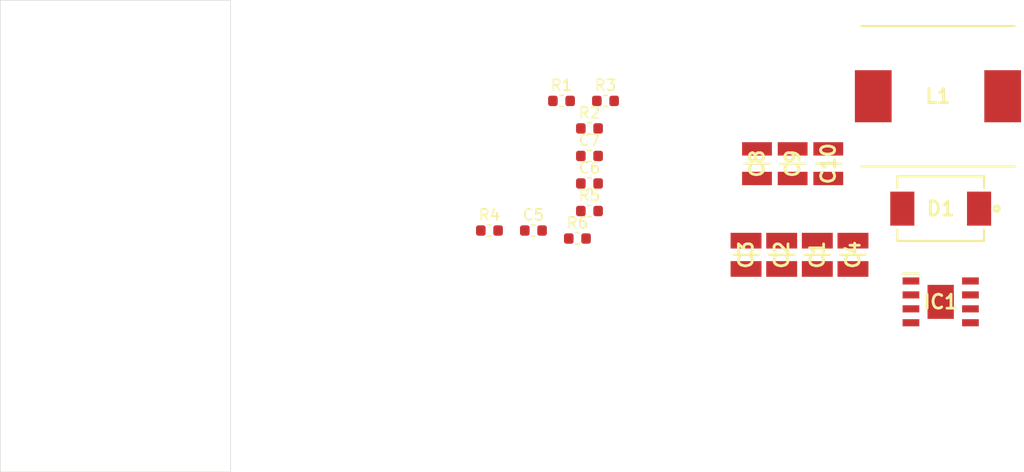
<source format=kicad_pcb>
(kicad_pcb (version 20171130) (host pcbnew "(5.1.2)-2")

  (general
    (thickness 1.6)
    (drawings 4)
    (tracks 0)
    (zones 0)
    (modules 19)
    (nets 11)
  )

  (page A4)
  (layers
    (0 F.Cu signal)
    (31 B.Cu signal)
    (32 B.Adhes user)
    (33 F.Adhes user)
    (34 B.Paste user)
    (35 F.Paste user)
    (36 B.SilkS user)
    (37 F.SilkS user)
    (38 B.Mask user)
    (39 F.Mask user)
    (40 Dwgs.User user)
    (41 Cmts.User user)
    (42 Eco1.User user)
    (43 Eco2.User user)
    (44 Edge.Cuts user)
    (45 Margin user)
    (46 B.CrtYd user)
    (47 F.CrtYd user)
    (48 B.Fab user)
    (49 F.Fab user)
  )

  (setup
    (last_trace_width 0.25)
    (trace_clearance 0.2)
    (zone_clearance 0.508)
    (zone_45_only no)
    (trace_min 0.2)
    (via_size 0.8)
    (via_drill 0.4)
    (via_min_size 0.4)
    (via_min_drill 0.3)
    (uvia_size 0.3)
    (uvia_drill 0.1)
    (uvias_allowed no)
    (uvia_min_size 0.2)
    (uvia_min_drill 0.1)
    (edge_width 0.05)
    (segment_width 0.2)
    (pcb_text_width 0.3)
    (pcb_text_size 1.5 1.5)
    (mod_edge_width 0.12)
    (mod_text_size 1 1)
    (mod_text_width 0.15)
    (pad_size 1.524 1.524)
    (pad_drill 0.762)
    (pad_to_mask_clearance 0.051)
    (solder_mask_min_width 0.25)
    (aux_axis_origin 0 0)
    (visible_elements FFFFFF7F)
    (pcbplotparams
      (layerselection 0x010fc_ffffffff)
      (usegerberextensions false)
      (usegerberattributes false)
      (usegerberadvancedattributes false)
      (creategerberjobfile false)
      (excludeedgelayer true)
      (linewidth 0.100000)
      (plotframeref false)
      (viasonmask false)
      (mode 1)
      (useauxorigin false)
      (hpglpennumber 1)
      (hpglpenspeed 20)
      (hpglpendiameter 15.000000)
      (psnegative false)
      (psa4output false)
      (plotreference true)
      (plotvalue true)
      (plotinvisibletext false)
      (padsonsilk false)
      (subtractmaskfromsilk false)
      (outputformat 1)
      (mirror false)
      (drillshape 1)
      (scaleselection 1)
      (outputdirectory ""))
  )

  (net 0 "")
  (net 1 GND)
  (net 2 "Net-(C1-Pad1)")
  (net 3 "Net-(C5-Pad1)")
  (net 4 "Net-(C5-Pad2)")
  (net 5 "Net-(C6-Pad1)")
  (net 6 "Net-(C7-Pad1)")
  (net 7 /12V+)
  (net 8 "Net-(IC1-Pad3)")
  (net 9 "Net-(IC1-Pad4)")
  (net 10 /FB)

  (net_class Default "This is the default net class."
    (clearance 0.2)
    (trace_width 0.25)
    (via_dia 0.8)
    (via_drill 0.4)
    (uvia_dia 0.3)
    (uvia_drill 0.1)
    (add_net /12V+)
    (add_net /FB)
    (add_net GND)
    (add_net "Net-(C1-Pad1)")
    (add_net "Net-(C5-Pad1)")
    (add_net "Net-(C5-Pad2)")
    (add_net "Net-(C6-Pad1)")
    (add_net "Net-(C7-Pad1)")
    (add_net "Net-(IC1-Pad3)")
    (add_net "Net-(IC1-Pad4)")
  )

  (module SamacSys_Parts:CAPC3225X280N (layer F.Cu) (tedit 5E5A1D3A) (tstamp 5E5DDC79)
    (at 193 93.46 90)
    (descr "1210 (3225) (M)")
    (tags Capacitor)
    (path /5E5E84E1)
    (attr smd)
    (fp_text reference C1 (at 0 0 90) (layer F.SilkS)
      (effects (font (size 1.27 1.27) (thickness 0.254)))
    )
    (fp_text value 1210B225K101CT (at 0 0 90) (layer F.SilkS) hide
      (effects (font (size 1.27 1.27) (thickness 0.254)))
    )
    (fp_line (start 0 -1.15) (end 0 1.15) (layer F.SilkS) (width 0.2))
    (fp_line (start -1.6 1.25) (end -1.6 -1.25) (layer Dwgs.User) (width 0.1))
    (fp_line (start 1.6 1.25) (end -1.6 1.25) (layer Dwgs.User) (width 0.1))
    (fp_line (start 1.6 -1.25) (end 1.6 1.25) (layer Dwgs.User) (width 0.1))
    (fp_line (start -1.6 -1.25) (end 1.6 -1.25) (layer Dwgs.User) (width 0.1))
    (fp_line (start -2.155 1.56) (end -2.155 -1.56) (layer Dwgs.User) (width 0.05))
    (fp_line (start 2.155 1.56) (end -2.155 1.56) (layer Dwgs.User) (width 0.05))
    (fp_line (start 2.155 -1.56) (end 2.155 1.56) (layer Dwgs.User) (width 0.05))
    (fp_line (start -2.155 -1.56) (end 2.155 -1.56) (layer Dwgs.User) (width 0.05))
    (pad 2 smd rect (at 1.29 0 90) (size 1.43 2.82) (layers F.Cu F.Paste F.Mask)
      (net 1 GND))
    (pad 1 smd rect (at -1.29 0 90) (size 1.43 2.82) (layers F.Cu F.Paste F.Mask)
      (net 2 "Net-(C1-Pad1)"))
  )

  (module SamacSys_Parts:CAPC3225X280N (layer F.Cu) (tedit 5E5A1D3A) (tstamp 5E5DDC88)
    (at 189.75 93.46 90)
    (descr "1210 (3225) (M)")
    (tags Capacitor)
    (path /5E5E7AAC)
    (attr smd)
    (fp_text reference C2 (at 0 0 90) (layer F.SilkS)
      (effects (font (size 1.27 1.27) (thickness 0.254)))
    )
    (fp_text value 1210B225K101CT (at 0 0 90) (layer F.SilkS) hide
      (effects (font (size 1.27 1.27) (thickness 0.254)))
    )
    (fp_line (start -2.155 -1.56) (end 2.155 -1.56) (layer Dwgs.User) (width 0.05))
    (fp_line (start 2.155 -1.56) (end 2.155 1.56) (layer Dwgs.User) (width 0.05))
    (fp_line (start 2.155 1.56) (end -2.155 1.56) (layer Dwgs.User) (width 0.05))
    (fp_line (start -2.155 1.56) (end -2.155 -1.56) (layer Dwgs.User) (width 0.05))
    (fp_line (start -1.6 -1.25) (end 1.6 -1.25) (layer Dwgs.User) (width 0.1))
    (fp_line (start 1.6 -1.25) (end 1.6 1.25) (layer Dwgs.User) (width 0.1))
    (fp_line (start 1.6 1.25) (end -1.6 1.25) (layer Dwgs.User) (width 0.1))
    (fp_line (start -1.6 1.25) (end -1.6 -1.25) (layer Dwgs.User) (width 0.1))
    (fp_line (start 0 -1.15) (end 0 1.15) (layer F.SilkS) (width 0.2))
    (pad 1 smd rect (at -1.29 0 90) (size 1.43 2.82) (layers F.Cu F.Paste F.Mask)
      (net 2 "Net-(C1-Pad1)"))
    (pad 2 smd rect (at 1.29 0 90) (size 1.43 2.82) (layers F.Cu F.Paste F.Mask)
      (net 1 GND))
  )

  (module SamacSys_Parts:CAPC3225X280N (layer F.Cu) (tedit 5E5A1D3A) (tstamp 5E5DDC97)
    (at 186.5 93.46 90)
    (descr "1210 (3225) (M)")
    (tags Capacitor)
    (path /5E5E59EE)
    (attr smd)
    (fp_text reference C3 (at 0 0 90) (layer F.SilkS)
      (effects (font (size 1.27 1.27) (thickness 0.254)))
    )
    (fp_text value 1210B225K101CT (at 0 0 90) (layer F.SilkS) hide
      (effects (font (size 1.27 1.27) (thickness 0.254)))
    )
    (fp_line (start 0 -1.15) (end 0 1.15) (layer F.SilkS) (width 0.2))
    (fp_line (start -1.6 1.25) (end -1.6 -1.25) (layer Dwgs.User) (width 0.1))
    (fp_line (start 1.6 1.25) (end -1.6 1.25) (layer Dwgs.User) (width 0.1))
    (fp_line (start 1.6 -1.25) (end 1.6 1.25) (layer Dwgs.User) (width 0.1))
    (fp_line (start -1.6 -1.25) (end 1.6 -1.25) (layer Dwgs.User) (width 0.1))
    (fp_line (start -2.155 1.56) (end -2.155 -1.56) (layer Dwgs.User) (width 0.05))
    (fp_line (start 2.155 1.56) (end -2.155 1.56) (layer Dwgs.User) (width 0.05))
    (fp_line (start 2.155 -1.56) (end 2.155 1.56) (layer Dwgs.User) (width 0.05))
    (fp_line (start -2.155 -1.56) (end 2.155 -1.56) (layer Dwgs.User) (width 0.05))
    (pad 2 smd rect (at 1.29 0 90) (size 1.43 2.82) (layers F.Cu F.Paste F.Mask)
      (net 1 GND))
    (pad 1 smd rect (at -1.29 0 90) (size 1.43 2.82) (layers F.Cu F.Paste F.Mask)
      (net 2 "Net-(C1-Pad1)"))
  )

  (module SamacSys_Parts:CAPC3225X280N (layer F.Cu) (tedit 5E5A1D3A) (tstamp 5E5DDCA6)
    (at 196.25 93.46 90)
    (descr "1210 (3225) (M)")
    (tags Capacitor)
    (path /5E5E4250)
    (attr smd)
    (fp_text reference C4 (at 0 0 90) (layer F.SilkS)
      (effects (font (size 1.27 1.27) (thickness 0.254)))
    )
    (fp_text value 1210B225K101CT (at 0 0 90) (layer F.SilkS) hide
      (effects (font (size 1.27 1.27) (thickness 0.254)))
    )
    (fp_line (start -2.155 -1.56) (end 2.155 -1.56) (layer Dwgs.User) (width 0.05))
    (fp_line (start 2.155 -1.56) (end 2.155 1.56) (layer Dwgs.User) (width 0.05))
    (fp_line (start 2.155 1.56) (end -2.155 1.56) (layer Dwgs.User) (width 0.05))
    (fp_line (start -2.155 1.56) (end -2.155 -1.56) (layer Dwgs.User) (width 0.05))
    (fp_line (start -1.6 -1.25) (end 1.6 -1.25) (layer Dwgs.User) (width 0.1))
    (fp_line (start 1.6 -1.25) (end 1.6 1.25) (layer Dwgs.User) (width 0.1))
    (fp_line (start 1.6 1.25) (end -1.6 1.25) (layer Dwgs.User) (width 0.1))
    (fp_line (start -1.6 1.25) (end -1.6 -1.25) (layer Dwgs.User) (width 0.1))
    (fp_line (start 0 -1.15) (end 0 1.15) (layer F.SilkS) (width 0.2))
    (pad 1 smd rect (at -1.29 0 90) (size 1.43 2.82) (layers F.Cu F.Paste F.Mask)
      (net 2 "Net-(C1-Pad1)"))
    (pad 2 smd rect (at 1.29 0 90) (size 1.43 2.82) (layers F.Cu F.Paste F.Mask)
      (net 1 GND))
  )

  (module Capacitor_SMD:C_0603_1608Metric (layer F.Cu) (tedit 5B301BBE) (tstamp 5E5DDCB7)
    (at 167.115001 91.245001)
    (descr "Capacitor SMD 0603 (1608 Metric), square (rectangular) end terminal, IPC_7351 nominal, (Body size source: http://www.tortai-tech.com/upload/download/2011102023233369053.pdf), generated with kicad-footprint-generator")
    (tags capacitor)
    (path /5E6159E1)
    (attr smd)
    (fp_text reference C5 (at 0 -1.43) (layer F.SilkS)
      (effects (font (size 1 1) (thickness 0.15)))
    )
    (fp_text value 100nF_min8V (at 0 1.43) (layer F.Fab)
      (effects (font (size 1 1) (thickness 0.15)))
    )
    (fp_line (start -0.8 0.4) (end -0.8 -0.4) (layer F.Fab) (width 0.1))
    (fp_line (start -0.8 -0.4) (end 0.8 -0.4) (layer F.Fab) (width 0.1))
    (fp_line (start 0.8 -0.4) (end 0.8 0.4) (layer F.Fab) (width 0.1))
    (fp_line (start 0.8 0.4) (end -0.8 0.4) (layer F.Fab) (width 0.1))
    (fp_line (start -0.162779 -0.51) (end 0.162779 -0.51) (layer F.SilkS) (width 0.12))
    (fp_line (start -0.162779 0.51) (end 0.162779 0.51) (layer F.SilkS) (width 0.12))
    (fp_line (start -1.48 0.73) (end -1.48 -0.73) (layer F.CrtYd) (width 0.05))
    (fp_line (start -1.48 -0.73) (end 1.48 -0.73) (layer F.CrtYd) (width 0.05))
    (fp_line (start 1.48 -0.73) (end 1.48 0.73) (layer F.CrtYd) (width 0.05))
    (fp_line (start 1.48 0.73) (end -1.48 0.73) (layer F.CrtYd) (width 0.05))
    (fp_text user %R (at 0 0) (layer F.Fab)
      (effects (font (size 0.4 0.4) (thickness 0.06)))
    )
    (pad 1 smd roundrect (at -0.7875 0) (size 0.875 0.95) (layers F.Cu F.Paste F.Mask) (roundrect_rratio 0.25)
      (net 3 "Net-(C5-Pad1)"))
    (pad 2 smd roundrect (at 0.7875 0) (size 0.875 0.95) (layers F.Cu F.Paste F.Mask) (roundrect_rratio 0.25)
      (net 4 "Net-(C5-Pad2)"))
    (model ${KISYS3DMOD}/Capacitor_SMD.3dshapes/C_0603_1608Metric.wrl
      (at (xyz 0 0 0))
      (scale (xyz 1 1 1))
      (rotate (xyz 0 0 0))
    )
  )

  (module Capacitor_SMD:C_0603_1608Metric (layer F.Cu) (tedit 5B301BBE) (tstamp 5E5DDCC8)
    (at 172.225001 86.955001)
    (descr "Capacitor SMD 0603 (1608 Metric), square (rectangular) end terminal, IPC_7351 nominal, (Body size source: http://www.tortai-tech.com/upload/download/2011102023233369053.pdf), generated with kicad-footprint-generator")
    (tags capacitor)
    (path /5E605B49)
    (attr smd)
    (fp_text reference C6 (at 0 -1.43) (layer F.SilkS)
      (effects (font (size 1 1) (thickness 0.15)))
    )
    (fp_text value 4700pF (at 0 1.43) (layer F.Fab)
      (effects (font (size 1 1) (thickness 0.15)))
    )
    (fp_line (start -0.8 0.4) (end -0.8 -0.4) (layer F.Fab) (width 0.1))
    (fp_line (start -0.8 -0.4) (end 0.8 -0.4) (layer F.Fab) (width 0.1))
    (fp_line (start 0.8 -0.4) (end 0.8 0.4) (layer F.Fab) (width 0.1))
    (fp_line (start 0.8 0.4) (end -0.8 0.4) (layer F.Fab) (width 0.1))
    (fp_line (start -0.162779 -0.51) (end 0.162779 -0.51) (layer F.SilkS) (width 0.12))
    (fp_line (start -0.162779 0.51) (end 0.162779 0.51) (layer F.SilkS) (width 0.12))
    (fp_line (start -1.48 0.73) (end -1.48 -0.73) (layer F.CrtYd) (width 0.05))
    (fp_line (start -1.48 -0.73) (end 1.48 -0.73) (layer F.CrtYd) (width 0.05))
    (fp_line (start 1.48 -0.73) (end 1.48 0.73) (layer F.CrtYd) (width 0.05))
    (fp_line (start 1.48 0.73) (end -1.48 0.73) (layer F.CrtYd) (width 0.05))
    (fp_text user %R (at 0 0) (layer F.Fab)
      (effects (font (size 0.4 0.4) (thickness 0.06)))
    )
    (pad 1 smd roundrect (at -0.7875 0) (size 0.875 0.95) (layers F.Cu F.Paste F.Mask) (roundrect_rratio 0.25)
      (net 5 "Net-(C6-Pad1)"))
    (pad 2 smd roundrect (at 0.7875 0) (size 0.875 0.95) (layers F.Cu F.Paste F.Mask) (roundrect_rratio 0.25)
      (net 1 GND))
    (model ${KISYS3DMOD}/Capacitor_SMD.3dshapes/C_0603_1608Metric.wrl
      (at (xyz 0 0 0))
      (scale (xyz 1 1 1))
      (rotate (xyz 0 0 0))
    )
  )

  (module Capacitor_SMD:C_0603_1608Metric (layer F.Cu) (tedit 5B301BBE) (tstamp 5E5DDCD9)
    (at 172.225001 84.445001)
    (descr "Capacitor SMD 0603 (1608 Metric), square (rectangular) end terminal, IPC_7351 nominal, (Body size source: http://www.tortai-tech.com/upload/download/2011102023233369053.pdf), generated with kicad-footprint-generator")
    (tags capacitor)
    (path /5E612638)
    (attr smd)
    (fp_text reference C7 (at 0 -1.43) (layer F.SilkS)
      (effects (font (size 1 1) (thickness 0.15)))
    )
    (fp_text value 47pF (at 0 1.43) (layer F.Fab)
      (effects (font (size 1 1) (thickness 0.15)))
    )
    (fp_text user %R (at 0 0) (layer F.Fab)
      (effects (font (size 0.4 0.4) (thickness 0.06)))
    )
    (fp_line (start 1.48 0.73) (end -1.48 0.73) (layer F.CrtYd) (width 0.05))
    (fp_line (start 1.48 -0.73) (end 1.48 0.73) (layer F.CrtYd) (width 0.05))
    (fp_line (start -1.48 -0.73) (end 1.48 -0.73) (layer F.CrtYd) (width 0.05))
    (fp_line (start -1.48 0.73) (end -1.48 -0.73) (layer F.CrtYd) (width 0.05))
    (fp_line (start -0.162779 0.51) (end 0.162779 0.51) (layer F.SilkS) (width 0.12))
    (fp_line (start -0.162779 -0.51) (end 0.162779 -0.51) (layer F.SilkS) (width 0.12))
    (fp_line (start 0.8 0.4) (end -0.8 0.4) (layer F.Fab) (width 0.1))
    (fp_line (start 0.8 -0.4) (end 0.8 0.4) (layer F.Fab) (width 0.1))
    (fp_line (start -0.8 -0.4) (end 0.8 -0.4) (layer F.Fab) (width 0.1))
    (fp_line (start -0.8 0.4) (end -0.8 -0.4) (layer F.Fab) (width 0.1))
    (pad 2 smd roundrect (at 0.7875 0) (size 0.875 0.95) (layers F.Cu F.Paste F.Mask) (roundrect_rratio 0.25)
      (net 1 GND))
    (pad 1 smd roundrect (at -0.7875 0) (size 0.875 0.95) (layers F.Cu F.Paste F.Mask) (roundrect_rratio 0.25)
      (net 6 "Net-(C7-Pad1)"))
    (model ${KISYS3DMOD}/Capacitor_SMD.3dshapes/C_0603_1608Metric.wrl
      (at (xyz 0 0 0))
      (scale (xyz 1 1 1))
      (rotate (xyz 0 0 0))
    )
  )

  (module SamacSys_Parts:CAPC3225X270N (layer F.Cu) (tedit 5E5A2049) (tstamp 5E5DDCE8)
    (at 187.5 85.15 270)
    (descr 1210)
    (tags Capacitor)
    (path /5E5EAE12)
    (attr smd)
    (fp_text reference C8 (at 0 0 90) (layer F.SilkS)
      (effects (font (size 1.27 1.27) (thickness 0.254)))
    )
    (fp_text value EMK325BJ226KM-P (at 0 0 90) (layer F.SilkS) hide
      (effects (font (size 1.27 1.27) (thickness 0.254)))
    )
    (fp_line (start -2.11 -1.51) (end 2.11 -1.51) (layer Dwgs.User) (width 0.05))
    (fp_line (start 2.11 -1.51) (end 2.11 1.51) (layer Dwgs.User) (width 0.05))
    (fp_line (start 2.11 1.51) (end -2.11 1.51) (layer Dwgs.User) (width 0.05))
    (fp_line (start -2.11 1.51) (end -2.11 -1.51) (layer Dwgs.User) (width 0.05))
    (fp_line (start -1.6 -1.25) (end 1.6 -1.25) (layer Dwgs.User) (width 0.1))
    (fp_line (start 1.6 -1.25) (end 1.6 1.25) (layer Dwgs.User) (width 0.1))
    (fp_line (start 1.6 1.25) (end -1.6 1.25) (layer Dwgs.User) (width 0.1))
    (fp_line (start -1.6 1.25) (end -1.6 -1.25) (layer Dwgs.User) (width 0.1))
    (fp_line (start 0 -1.15) (end 0 1.15) (layer F.SilkS) (width 0.2))
    (pad 1 smd rect (at -1.35 0 270) (size 1.22 2.72) (layers F.Cu F.Paste F.Mask)
      (net 7 /12V+))
    (pad 2 smd rect (at 1.35 0 270) (size 1.22 2.72) (layers F.Cu F.Paste F.Mask)
      (net 1 GND))
  )

  (module SamacSys_Parts:CAPC3225X270N (layer F.Cu) (tedit 5E5A2049) (tstamp 5E5DDCF7)
    (at 190.75 85.15 270)
    (descr 1210)
    (tags Capacitor)
    (path /5E5EC1C5)
    (attr smd)
    (fp_text reference C9 (at 0 0 90) (layer F.SilkS)
      (effects (font (size 1.27 1.27) (thickness 0.254)))
    )
    (fp_text value EMK325BJ226KM-P (at 0 0 90) (layer F.SilkS) hide
      (effects (font (size 1.27 1.27) (thickness 0.254)))
    )
    (fp_line (start 0 -1.15) (end 0 1.15) (layer F.SilkS) (width 0.2))
    (fp_line (start -1.6 1.25) (end -1.6 -1.25) (layer Dwgs.User) (width 0.1))
    (fp_line (start 1.6 1.25) (end -1.6 1.25) (layer Dwgs.User) (width 0.1))
    (fp_line (start 1.6 -1.25) (end 1.6 1.25) (layer Dwgs.User) (width 0.1))
    (fp_line (start -1.6 -1.25) (end 1.6 -1.25) (layer Dwgs.User) (width 0.1))
    (fp_line (start -2.11 1.51) (end -2.11 -1.51) (layer Dwgs.User) (width 0.05))
    (fp_line (start 2.11 1.51) (end -2.11 1.51) (layer Dwgs.User) (width 0.05))
    (fp_line (start 2.11 -1.51) (end 2.11 1.51) (layer Dwgs.User) (width 0.05))
    (fp_line (start -2.11 -1.51) (end 2.11 -1.51) (layer Dwgs.User) (width 0.05))
    (pad 2 smd rect (at 1.35 0 270) (size 1.22 2.72) (layers F.Cu F.Paste F.Mask)
      (net 1 GND))
    (pad 1 smd rect (at -1.35 0 270) (size 1.22 2.72) (layers F.Cu F.Paste F.Mask)
      (net 7 /12V+))
  )

  (module SamacSys_Parts:CAPC3225X270N (layer F.Cu) (tedit 5E5A2049) (tstamp 5E5DDD06)
    (at 194 85.15 270)
    (descr 1210)
    (tags Capacitor)
    (path /5E5EC61F)
    (attr smd)
    (fp_text reference C10 (at 0 0 90) (layer F.SilkS)
      (effects (font (size 1.27 1.27) (thickness 0.254)))
    )
    (fp_text value EMK325BJ226KM-P (at 0 0 90) (layer F.SilkS) hide
      (effects (font (size 1.27 1.27) (thickness 0.254)))
    )
    (fp_line (start -2.11 -1.51) (end 2.11 -1.51) (layer Dwgs.User) (width 0.05))
    (fp_line (start 2.11 -1.51) (end 2.11 1.51) (layer Dwgs.User) (width 0.05))
    (fp_line (start 2.11 1.51) (end -2.11 1.51) (layer Dwgs.User) (width 0.05))
    (fp_line (start -2.11 1.51) (end -2.11 -1.51) (layer Dwgs.User) (width 0.05))
    (fp_line (start -1.6 -1.25) (end 1.6 -1.25) (layer Dwgs.User) (width 0.1))
    (fp_line (start 1.6 -1.25) (end 1.6 1.25) (layer Dwgs.User) (width 0.1))
    (fp_line (start 1.6 1.25) (end -1.6 1.25) (layer Dwgs.User) (width 0.1))
    (fp_line (start -1.6 1.25) (end -1.6 -1.25) (layer Dwgs.User) (width 0.1))
    (fp_line (start 0 -1.15) (end 0 1.15) (layer F.SilkS) (width 0.2))
    (pad 1 smd rect (at -1.35 0 270) (size 1.22 2.72) (layers F.Cu F.Paste F.Mask)
      (net 7 /12V+))
    (pad 2 smd rect (at 1.35 0 270) (size 1.22 2.72) (layers F.Cu F.Paste F.Mask)
      (net 1 GND))
  )

  (module SamacSys_Parts:DIOM7959X250N (layer F.Cu) (tedit 5E5A2283) (tstamp 5E5DDD28)
    (at 204.25 89.25 180)
    (descr B560C-13-F)
    (tags Diode)
    (path /5E5ED3DD)
    (attr smd)
    (fp_text reference D1 (at 0 0) (layer F.SilkS)
      (effects (font (size 1.27 1.27) (thickness 0.254)))
    )
    (fp_text value B560C-13-F (at 0 0) (layer F.SilkS) hide
      (effects (font (size 1.27 1.27) (thickness 0.254)))
    )
    (fp_line (start -4.065 3.11) (end 4.065 3.11) (layer Dwgs.User) (width 0.001))
    (fp_line (start 4.065 3.11) (end 4.065 -3.11) (layer Dwgs.User) (width 0.001))
    (fp_line (start 4.065 -3.11) (end -4.065 -3.11) (layer Dwgs.User) (width 0.001))
    (fp_line (start -4.065 -3.11) (end -4.065 3.11) (layer Dwgs.User) (width 0.001))
    (fp_line (start -4.85 3.4) (end 4.85 3.4) (layer Dwgs.User) (width 0.05))
    (fp_line (start 4.85 3.4) (end 4.85 -3.4) (layer Dwgs.User) (width 0.05))
    (fp_line (start 4.85 -3.4) (end -4.85 -3.4) (layer Dwgs.User) (width 0.05))
    (fp_line (start -4.85 -3.4) (end -4.85 3.4) (layer Dwgs.User) (width 0.05))
    (fp_line (start 0 0.5) (end 0 -0.5) (layer Dwgs.User) (width 0.05))
    (fp_line (start -0.5 0) (end 0.5 0) (layer Dwgs.User) (width 0.05))
    (fp_line (start -3.97 2.952) (end 3.97 2.952) (layer Dwgs.User) (width 0.1))
    (fp_line (start 3.97 2.952) (end 3.97 -2.952) (layer Dwgs.User) (width 0.1))
    (fp_line (start 3.97 -2.952) (end -3.97 -2.952) (layer Dwgs.User) (width 0.1))
    (fp_line (start -3.97 -2.952) (end -3.97 2.952) (layer Dwgs.User) (width 0.1))
    (fp_line (start -3.87 2.952) (end -3.87 -2.952) (layer Dwgs.User) (width 0.1))
    (fp_line (start -3.77 2.952) (end -3.77 -2.952) (layer Dwgs.User) (width 0.1))
    (fp_line (start -3.67 2.952) (end -3.67 -2.952) (layer Dwgs.User) (width 0.1))
    (fp_line (start -3.57 2.952) (end -3.57 -2.952) (layer Dwgs.User) (width 0.1))
    (fp_line (start -3.47 2.952) (end -3.47 -2.952) (layer Dwgs.User) (width 0.1))
    (fp_line (start -3.37 2.952) (end -3.37 -2.952) (layer Dwgs.User) (width 0.1))
    (fp_line (start -3.27 2.952) (end -3.27 -2.952) (layer Dwgs.User) (width 0.1))
    (fp_line (start -3.95 -1.9) (end -3.95 -2.95) (layer F.SilkS) (width 0.2))
    (fp_line (start -3.95 -2.95) (end 3.95 -2.95) (layer F.SilkS) (width 0.2))
    (fp_line (start 3.95 -2.95) (end 3.95 -1.9) (layer F.SilkS) (width 0.2))
    (fp_line (start -3.95 1.9) (end -3.95 2.95) (layer F.SilkS) (width 0.2))
    (fp_line (start -3.95 2.95) (end 3.95 2.95) (layer F.SilkS) (width 0.2))
    (fp_line (start 3.95 2.95) (end 3.95 1.9) (layer F.SilkS) (width 0.2))
    (fp_circle (center -5.1 0) (end -5.225 0) (layer F.SilkS) (width 0.254))
    (pad 1 smd rect (at -3.5 0 180) (size 2.2 3.1) (layers F.Cu F.Paste F.Mask)
      (net 3 "Net-(C5-Pad1)"))
    (pad 2 smd rect (at 3.5 0 180) (size 2.2 3.1) (layers F.Cu F.Paste F.Mask)
      (net 1 GND))
  )

  (module SamacSys_Parts:SOIC127P600X170-9N (layer F.Cu) (tedit 5E56CAEB) (tstamp 5E5DDD3F)
    (at 204.25 97.75)
    (descr DDA)
    (tags "Integrated Circuit")
    (path /5E5E3F7F)
    (attr smd)
    (fp_text reference IC1 (at 0 0) (layer F.SilkS)
      (effects (font (size 1.27 1.27) (thickness 0.254)))
    )
    (fp_text value TPS54560BDDAR (at 0 0) (layer F.SilkS) hide
      (effects (font (size 1.27 1.27) (thickness 0.254)))
    )
    (fp_line (start -3.725 -2.75) (end 3.725 -2.75) (layer Dwgs.User) (width 0.05))
    (fp_line (start 3.725 -2.75) (end 3.725 2.75) (layer Dwgs.User) (width 0.05))
    (fp_line (start 3.725 2.75) (end -3.725 2.75) (layer Dwgs.User) (width 0.05))
    (fp_line (start -3.725 2.75) (end -3.725 -2.75) (layer Dwgs.User) (width 0.05))
    (fp_line (start -1.95 -2.45) (end 1.95 -2.45) (layer Dwgs.User) (width 0.1))
    (fp_line (start 1.95 -2.45) (end 1.95 2.45) (layer Dwgs.User) (width 0.1))
    (fp_line (start 1.95 2.45) (end -1.95 2.45) (layer Dwgs.User) (width 0.1))
    (fp_line (start -1.95 2.45) (end -1.95 -2.45) (layer Dwgs.User) (width 0.1))
    (fp_line (start -1.95 -1.18) (end -0.68 -2.45) (layer Dwgs.User) (width 0.1))
    (fp_line (start -3.475 -2.58) (end -1.95 -2.58) (layer F.SilkS) (width 0.2))
    (pad 1 smd rect (at -2.712 -1.905 90) (size 0.65 1.525) (layers F.Cu F.Paste F.Mask)
      (net 4 "Net-(C5-Pad2)"))
    (pad 2 smd rect (at -2.712 -0.635 90) (size 0.65 1.525) (layers F.Cu F.Paste F.Mask)
      (net 2 "Net-(C1-Pad1)"))
    (pad 3 smd rect (at -2.712 0.635 90) (size 0.65 1.525) (layers F.Cu F.Paste F.Mask)
      (net 8 "Net-(IC1-Pad3)"))
    (pad 4 smd rect (at -2.712 1.905 90) (size 0.65 1.525) (layers F.Cu F.Paste F.Mask)
      (net 9 "Net-(IC1-Pad4)"))
    (pad 5 smd rect (at 2.712 1.905 90) (size 0.65 1.525) (layers F.Cu F.Paste F.Mask)
      (net 10 /FB))
    (pad 6 smd rect (at 2.712 0.635 90) (size 0.65 1.525) (layers F.Cu F.Paste F.Mask)
      (net 6 "Net-(C7-Pad1)"))
    (pad 7 smd rect (at 2.712 -0.635 90) (size 0.65 1.525) (layers F.Cu F.Paste F.Mask)
      (net 1 GND))
    (pad 8 smd rect (at 2.712 -1.905 90) (size 0.65 1.525) (layers F.Cu F.Paste F.Mask)
      (net 3 "Net-(C5-Pad1)"))
    (pad 9 smd rect (at 0 0) (size 2.4 3.1) (layers F.Cu F.Paste F.Mask)
      (net 1 GND))
  )

  (module SamacSys_Parts:INDPM140128X650N (layer F.Cu) (tedit 5E5A2193) (tstamp 5E5DDD4F)
    (at 204 79)
    (descr PA4343)
    (tags Inductor)
    (path /5E5DC5CA)
    (attr smd)
    (fp_text reference L1 (at 0 0) (layer F.SilkS)
      (effects (font (size 1.27 1.27) (thickness 0.254)))
    )
    (fp_text value PA4343.133NLT (at 0 0) (layer F.SilkS) hide
      (effects (font (size 1.27 1.27) (thickness 0.254)))
    )
    (fp_line (start -7.825 -6.65) (end 7.825 -6.65) (layer Dwgs.User) (width 0.05))
    (fp_line (start 7.825 -6.65) (end 7.825 6.65) (layer Dwgs.User) (width 0.05))
    (fp_line (start 7.825 6.65) (end -7.825 6.65) (layer Dwgs.User) (width 0.05))
    (fp_line (start -7.825 6.65) (end -7.825 -6.65) (layer Dwgs.User) (width 0.05))
    (fp_line (start -7 -6.4) (end 7 -6.4) (layer Dwgs.User) (width 0.1))
    (fp_line (start 7 -6.4) (end 7 6.4) (layer Dwgs.User) (width 0.1))
    (fp_line (start 7 6.4) (end -7 6.4) (layer Dwgs.User) (width 0.1))
    (fp_line (start -7 6.4) (end -7 -6.4) (layer Dwgs.User) (width 0.1))
    (fp_line (start 7 -6.4) (end -7 -6.4) (layer F.SilkS) (width 0.2))
    (fp_line (start -7 6.4) (end 7 6.4) (layer F.SilkS) (width 0.2))
    (pad 1 smd rect (at -5.9 0) (size 3.35 4.75) (layers F.Cu F.Paste F.Mask)
      (net 3 "Net-(C5-Pad1)"))
    (pad 2 smd rect (at 5.9 0) (size 3.35 4.75) (layers F.Cu F.Paste F.Mask)
      (net 7 /12V+))
  )

  (module Resistor_SMD:R_0603_1608Metric (layer F.Cu) (tedit 5B301BBD) (tstamp 5E5DDD60)
    (at 169.675001 79.425001)
    (descr "Resistor SMD 0603 (1608 Metric), square (rectangular) end terminal, IPC_7351 nominal, (Body size source: http://www.tortai-tech.com/upload/download/2011102023233369053.pdf), generated with kicad-footprint-generator")
    (tags resistor)
    (path /5E5E3F91)
    (attr smd)
    (fp_text reference R1 (at 0 -1.43) (layer F.SilkS)
      (effects (font (size 1 1) (thickness 0.15)))
    )
    (fp_text value 1050k (at 0 1.43) (layer F.Fab)
      (effects (font (size 1 1) (thickness 0.15)))
    )
    (fp_line (start -0.8 0.4) (end -0.8 -0.4) (layer F.Fab) (width 0.1))
    (fp_line (start -0.8 -0.4) (end 0.8 -0.4) (layer F.Fab) (width 0.1))
    (fp_line (start 0.8 -0.4) (end 0.8 0.4) (layer F.Fab) (width 0.1))
    (fp_line (start 0.8 0.4) (end -0.8 0.4) (layer F.Fab) (width 0.1))
    (fp_line (start -0.162779 -0.51) (end 0.162779 -0.51) (layer F.SilkS) (width 0.12))
    (fp_line (start -0.162779 0.51) (end 0.162779 0.51) (layer F.SilkS) (width 0.12))
    (fp_line (start -1.48 0.73) (end -1.48 -0.73) (layer F.CrtYd) (width 0.05))
    (fp_line (start -1.48 -0.73) (end 1.48 -0.73) (layer F.CrtYd) (width 0.05))
    (fp_line (start 1.48 -0.73) (end 1.48 0.73) (layer F.CrtYd) (width 0.05))
    (fp_line (start 1.48 0.73) (end -1.48 0.73) (layer F.CrtYd) (width 0.05))
    (fp_text user %R (at 0 0) (layer F.Fab)
      (effects (font (size 0.4 0.4) (thickness 0.06)))
    )
    (pad 1 smd roundrect (at -0.7875 0) (size 0.875 0.95) (layers F.Cu F.Paste F.Mask) (roundrect_rratio 0.25)
      (net 2 "Net-(C1-Pad1)"))
    (pad 2 smd roundrect (at 0.7875 0) (size 0.875 0.95) (layers F.Cu F.Paste F.Mask) (roundrect_rratio 0.25)
      (net 8 "Net-(IC1-Pad3)"))
    (model ${KISYS3DMOD}/Resistor_SMD.3dshapes/R_0603_1608Metric.wrl
      (at (xyz 0 0 0))
      (scale (xyz 1 1 1))
      (rotate (xyz 0 0 0))
    )
  )

  (module Resistor_SMD:R_0603_1608Metric (layer F.Cu) (tedit 5B301BBD) (tstamp 5E5DDD71)
    (at 172.225001 81.935001)
    (descr "Resistor SMD 0603 (1608 Metric), square (rectangular) end terminal, IPC_7351 nominal, (Body size source: http://www.tortai-tech.com/upload/download/2011102023233369053.pdf), generated with kicad-footprint-generator")
    (tags resistor)
    (path /5E5E3F85)
    (attr smd)
    (fp_text reference R2 (at 0 -1.43) (layer F.SilkS)
      (effects (font (size 1 1) (thickness 0.15)))
    )
    (fp_text value 80.6k (at 0 1.43) (layer F.Fab)
      (effects (font (size 1 1) (thickness 0.15)))
    )
    (fp_text user %R (at 0 0) (layer F.Fab)
      (effects (font (size 0.4 0.4) (thickness 0.06)))
    )
    (fp_line (start 1.48 0.73) (end -1.48 0.73) (layer F.CrtYd) (width 0.05))
    (fp_line (start 1.48 -0.73) (end 1.48 0.73) (layer F.CrtYd) (width 0.05))
    (fp_line (start -1.48 -0.73) (end 1.48 -0.73) (layer F.CrtYd) (width 0.05))
    (fp_line (start -1.48 0.73) (end -1.48 -0.73) (layer F.CrtYd) (width 0.05))
    (fp_line (start -0.162779 0.51) (end 0.162779 0.51) (layer F.SilkS) (width 0.12))
    (fp_line (start -0.162779 -0.51) (end 0.162779 -0.51) (layer F.SilkS) (width 0.12))
    (fp_line (start 0.8 0.4) (end -0.8 0.4) (layer F.Fab) (width 0.1))
    (fp_line (start 0.8 -0.4) (end 0.8 0.4) (layer F.Fab) (width 0.1))
    (fp_line (start -0.8 -0.4) (end 0.8 -0.4) (layer F.Fab) (width 0.1))
    (fp_line (start -0.8 0.4) (end -0.8 -0.4) (layer F.Fab) (width 0.1))
    (pad 2 smd roundrect (at 0.7875 0) (size 0.875 0.95) (layers F.Cu F.Paste F.Mask) (roundrect_rratio 0.25)
      (net 1 GND))
    (pad 1 smd roundrect (at -0.7875 0) (size 0.875 0.95) (layers F.Cu F.Paste F.Mask) (roundrect_rratio 0.25)
      (net 8 "Net-(IC1-Pad3)"))
    (model ${KISYS3DMOD}/Resistor_SMD.3dshapes/R_0603_1608Metric.wrl
      (at (xyz 0 0 0))
      (scale (xyz 1 1 1))
      (rotate (xyz 0 0 0))
    )
  )

  (module Resistor_SMD:R_0603_1608Metric (layer F.Cu) (tedit 5B301BBD) (tstamp 5E5DDD82)
    (at 173.685001 79.425001)
    (descr "Resistor SMD 0603 (1608 Metric), square (rectangular) end terminal, IPC_7351 nominal, (Body size source: http://www.tortai-tech.com/upload/download/2011102023233369053.pdf), generated with kicad-footprint-generator")
    (tags resistor)
    (path /5E61A00A)
    (attr smd)
    (fp_text reference R3 (at 0 -1.43) (layer F.SilkS)
      (effects (font (size 1 1) (thickness 0.15)))
    )
    (fp_text value 162k (at 0 1.43) (layer F.Fab)
      (effects (font (size 1 1) (thickness 0.15)))
    )
    (fp_line (start -0.8 0.4) (end -0.8 -0.4) (layer F.Fab) (width 0.1))
    (fp_line (start -0.8 -0.4) (end 0.8 -0.4) (layer F.Fab) (width 0.1))
    (fp_line (start 0.8 -0.4) (end 0.8 0.4) (layer F.Fab) (width 0.1))
    (fp_line (start 0.8 0.4) (end -0.8 0.4) (layer F.Fab) (width 0.1))
    (fp_line (start -0.162779 -0.51) (end 0.162779 -0.51) (layer F.SilkS) (width 0.12))
    (fp_line (start -0.162779 0.51) (end 0.162779 0.51) (layer F.SilkS) (width 0.12))
    (fp_line (start -1.48 0.73) (end -1.48 -0.73) (layer F.CrtYd) (width 0.05))
    (fp_line (start -1.48 -0.73) (end 1.48 -0.73) (layer F.CrtYd) (width 0.05))
    (fp_line (start 1.48 -0.73) (end 1.48 0.73) (layer F.CrtYd) (width 0.05))
    (fp_line (start 1.48 0.73) (end -1.48 0.73) (layer F.CrtYd) (width 0.05))
    (fp_text user %R (at 0 0) (layer F.Fab)
      (effects (font (size 0.4 0.4) (thickness 0.06)))
    )
    (pad 1 smd roundrect (at -0.7875 0) (size 0.875 0.95) (layers F.Cu F.Paste F.Mask) (roundrect_rratio 0.25)
      (net 9 "Net-(IC1-Pad4)"))
    (pad 2 smd roundrect (at 0.7875 0) (size 0.875 0.95) (layers F.Cu F.Paste F.Mask) (roundrect_rratio 0.25)
      (net 1 GND))
    (model ${KISYS3DMOD}/Resistor_SMD.3dshapes/R_0603_1608Metric.wrl
      (at (xyz 0 0 0))
      (scale (xyz 1 1 1))
      (rotate (xyz 0 0 0))
    )
  )

  (module Resistor_SMD:R_0603_1608Metric (layer F.Cu) (tedit 5B301BBD) (tstamp 5E5DDD93)
    (at 163.105001 91.245001)
    (descr "Resistor SMD 0603 (1608 Metric), square (rectangular) end terminal, IPC_7351 nominal, (Body size source: http://www.tortai-tech.com/upload/download/2011102023233369053.pdf), generated with kicad-footprint-generator")
    (tags resistor)
    (path /5E60455A)
    (attr smd)
    (fp_text reference R4 (at 0 -1.43) (layer F.SilkS)
      (effects (font (size 1 1) (thickness 0.15)))
    )
    (fp_text value 13k (at 0 1.43) (layer F.Fab)
      (effects (font (size 1 1) (thickness 0.15)))
    )
    (fp_text user %R (at 0 0) (layer F.Fab)
      (effects (font (size 0.4 0.4) (thickness 0.06)))
    )
    (fp_line (start 1.48 0.73) (end -1.48 0.73) (layer F.CrtYd) (width 0.05))
    (fp_line (start 1.48 -0.73) (end 1.48 0.73) (layer F.CrtYd) (width 0.05))
    (fp_line (start -1.48 -0.73) (end 1.48 -0.73) (layer F.CrtYd) (width 0.05))
    (fp_line (start -1.48 0.73) (end -1.48 -0.73) (layer F.CrtYd) (width 0.05))
    (fp_line (start -0.162779 0.51) (end 0.162779 0.51) (layer F.SilkS) (width 0.12))
    (fp_line (start -0.162779 -0.51) (end 0.162779 -0.51) (layer F.SilkS) (width 0.12))
    (fp_line (start 0.8 0.4) (end -0.8 0.4) (layer F.Fab) (width 0.1))
    (fp_line (start 0.8 -0.4) (end 0.8 0.4) (layer F.Fab) (width 0.1))
    (fp_line (start -0.8 -0.4) (end 0.8 -0.4) (layer F.Fab) (width 0.1))
    (fp_line (start -0.8 0.4) (end -0.8 -0.4) (layer F.Fab) (width 0.1))
    (pad 2 smd roundrect (at 0.7875 0) (size 0.875 0.95) (layers F.Cu F.Paste F.Mask) (roundrect_rratio 0.25)
      (net 5 "Net-(C6-Pad1)"))
    (pad 1 smd roundrect (at -0.7875 0) (size 0.875 0.95) (layers F.Cu F.Paste F.Mask) (roundrect_rratio 0.25)
      (net 6 "Net-(C7-Pad1)"))
    (model ${KISYS3DMOD}/Resistor_SMD.3dshapes/R_0603_1608Metric.wrl
      (at (xyz 0 0 0))
      (scale (xyz 1 1 1))
      (rotate (xyz 0 0 0))
    )
  )

  (module Resistor_SMD:R_0603_1608Metric (layer F.Cu) (tedit 5B301BBD) (tstamp 5E5DDDA4)
    (at 172.225001 89.465001)
    (descr "Resistor SMD 0603 (1608 Metric), square (rectangular) end terminal, IPC_7351 nominal, (Body size source: http://www.tortai-tech.com/upload/download/2011102023233369053.pdf), generated with kicad-footprint-generator")
    (tags resistor)
    (path /5E6060DF)
    (attr smd)
    (fp_text reference R5 (at 0 -1.43) (layer F.SilkS)
      (effects (font (size 1 1) (thickness 0.15)))
    )
    (fp_text value 143k (at 0 1.43) (layer F.Fab)
      (effects (font (size 1 1) (thickness 0.15)))
    )
    (fp_line (start -0.8 0.4) (end -0.8 -0.4) (layer F.Fab) (width 0.1))
    (fp_line (start -0.8 -0.4) (end 0.8 -0.4) (layer F.Fab) (width 0.1))
    (fp_line (start 0.8 -0.4) (end 0.8 0.4) (layer F.Fab) (width 0.1))
    (fp_line (start 0.8 0.4) (end -0.8 0.4) (layer F.Fab) (width 0.1))
    (fp_line (start -0.162779 -0.51) (end 0.162779 -0.51) (layer F.SilkS) (width 0.12))
    (fp_line (start -0.162779 0.51) (end 0.162779 0.51) (layer F.SilkS) (width 0.12))
    (fp_line (start -1.48 0.73) (end -1.48 -0.73) (layer F.CrtYd) (width 0.05))
    (fp_line (start -1.48 -0.73) (end 1.48 -0.73) (layer F.CrtYd) (width 0.05))
    (fp_line (start 1.48 -0.73) (end 1.48 0.73) (layer F.CrtYd) (width 0.05))
    (fp_line (start 1.48 0.73) (end -1.48 0.73) (layer F.CrtYd) (width 0.05))
    (fp_text user %R (at 0 0) (layer F.Fab)
      (effects (font (size 0.4 0.4) (thickness 0.06)))
    )
    (pad 1 smd roundrect (at -0.7875 0) (size 0.875 0.95) (layers F.Cu F.Paste F.Mask) (roundrect_rratio 0.25)
      (net 7 /12V+))
    (pad 2 smd roundrect (at 0.7875 0) (size 0.875 0.95) (layers F.Cu F.Paste F.Mask) (roundrect_rratio 0.25)
      (net 10 /FB))
    (model ${KISYS3DMOD}/Resistor_SMD.3dshapes/R_0603_1608Metric.wrl
      (at (xyz 0 0 0))
      (scale (xyz 1 1 1))
      (rotate (xyz 0 0 0))
    )
  )

  (module Resistor_SMD:R_0603_1608Metric (layer F.Cu) (tedit 5B301BBD) (tstamp 5E5DDDB5)
    (at 171.125001 91.975001)
    (descr "Resistor SMD 0603 (1608 Metric), square (rectangular) end terminal, IPC_7351 nominal, (Body size source: http://www.tortai-tech.com/upload/download/2011102023233369053.pdf), generated with kicad-footprint-generator")
    (tags resistor)
    (path /5E606275)
    (attr smd)
    (fp_text reference R6 (at 0 -1.43) (layer F.SilkS)
      (effects (font (size 1 1) (thickness 0.15)))
    )
    (fp_text value 10.2k (at 0 1.43) (layer F.Fab)
      (effects (font (size 1 1) (thickness 0.15)))
    )
    (fp_text user %R (at 0 0) (layer F.Fab)
      (effects (font (size 0.4 0.4) (thickness 0.06)))
    )
    (fp_line (start 1.48 0.73) (end -1.48 0.73) (layer F.CrtYd) (width 0.05))
    (fp_line (start 1.48 -0.73) (end 1.48 0.73) (layer F.CrtYd) (width 0.05))
    (fp_line (start -1.48 -0.73) (end 1.48 -0.73) (layer F.CrtYd) (width 0.05))
    (fp_line (start -1.48 0.73) (end -1.48 -0.73) (layer F.CrtYd) (width 0.05))
    (fp_line (start -0.162779 0.51) (end 0.162779 0.51) (layer F.SilkS) (width 0.12))
    (fp_line (start -0.162779 -0.51) (end 0.162779 -0.51) (layer F.SilkS) (width 0.12))
    (fp_line (start 0.8 0.4) (end -0.8 0.4) (layer F.Fab) (width 0.1))
    (fp_line (start 0.8 -0.4) (end 0.8 0.4) (layer F.Fab) (width 0.1))
    (fp_line (start -0.8 -0.4) (end 0.8 -0.4) (layer F.Fab) (width 0.1))
    (fp_line (start -0.8 0.4) (end -0.8 -0.4) (layer F.Fab) (width 0.1))
    (pad 2 smd roundrect (at 0.7875 0) (size 0.875 0.95) (layers F.Cu F.Paste F.Mask) (roundrect_rratio 0.25)
      (net 1 GND))
    (pad 1 smd roundrect (at -0.7875 0) (size 0.875 0.95) (layers F.Cu F.Paste F.Mask) (roundrect_rratio 0.25)
      (net 10 /FB))
    (model ${KISYS3DMOD}/Resistor_SMD.3dshapes/R_0603_1608Metric.wrl
      (at (xyz 0 0 0))
      (scale (xyz 1 1 1))
      (rotate (xyz 0 0 0))
    )
  )

  (gr_line (start 118.5 70.25) (end 118.5 113.25) (layer Edge.Cuts) (width 0.05) (tstamp 5E5DD9F6))
  (gr_line (start 139.5 70.25) (end 118.5 70.25) (layer Edge.Cuts) (width 0.05))
  (gr_line (start 139.5 113.25) (end 139.5 70.25) (layer Edge.Cuts) (width 0.05))
  (gr_line (start 118.5 113.25) (end 139.5 113.25) (layer Edge.Cuts) (width 0.05))

)

</source>
